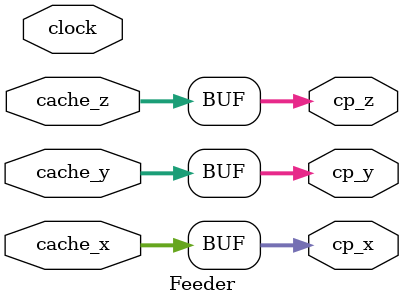
<source format=v>
`timescale 1ns / 1ps


module Feeder #(parameter N = 16,
                DISTANCE_MODULES = 32)
              (input wire clock,
                input wire [N*DISTANCE_MODULES-1:0]cache_x,
                input wire [N*DISTANCE_MODULES-1:0]cache_y,
                input wire [N*DISTANCE_MODULES-1:0]cache_z,
                output wire [N*DISTANCE_MODULES-1:0] cp_x,
                output wire [N*DISTANCE_MODULES-1:0] cp_y,
                output wire [N*DISTANCE_MODULES-1:0] cp_z
                );
    integer i,j;
    assign cp_x              = cache_x;
    assign cp_y              = cache_y;
    assign cp_z              = cache_z;
endmodule
    
    

</source>
